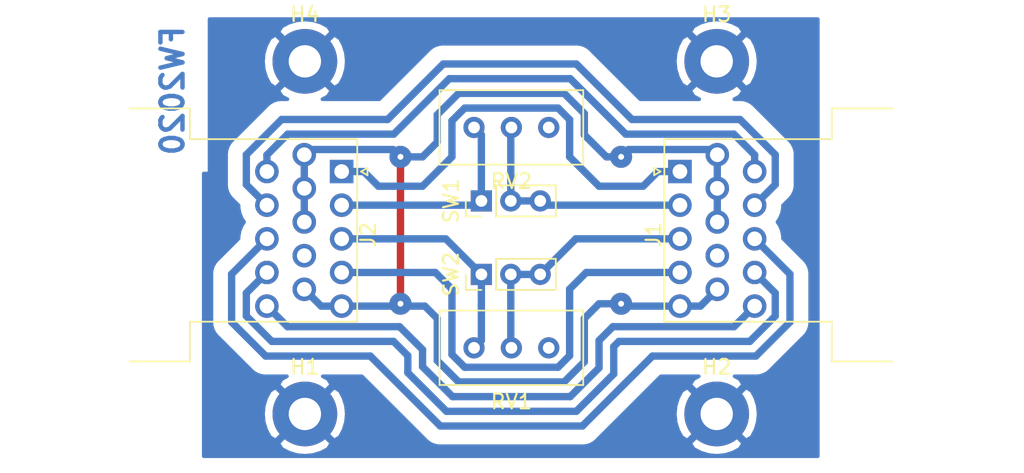
<source format=kicad_pcb>
(kicad_pcb (version 20171130) (host pcbnew 5.1.6)

  (general
    (thickness 1.6)
    (drawings 20)
    (tracks 137)
    (zones 0)
    (modules 10)
    (nets 14)
  )

  (page A4)
  (layers
    (0 F.Cu signal)
    (31 B.Cu signal)
    (32 B.Adhes user)
    (33 F.Adhes user)
    (34 B.Paste user)
    (35 F.Paste user)
    (36 B.SilkS user)
    (37 F.SilkS user)
    (38 B.Mask user)
    (39 F.Mask user)
    (40 Dwgs.User user)
    (41 Cmts.User user)
    (42 Eco1.User user)
    (43 Eco2.User user)
    (44 Edge.Cuts user)
    (45 Margin user)
    (46 B.CrtYd user)
    (47 F.CrtYd user)
    (48 B.Fab user)
    (49 F.Fab user)
  )

  (setup
    (last_trace_width 0.25)
    (user_trace_width 0.5)
    (user_trace_width 0.8)
    (trace_clearance 0.2)
    (zone_clearance 1)
    (zone_45_only no)
    (trace_min 0.2)
    (via_size 0.8)
    (via_drill 0.4)
    (via_min_size 0.4)
    (via_min_drill 0.3)
    (user_via 1.5 0.4)
    (uvia_size 0.3)
    (uvia_drill 0.1)
    (uvias_allowed no)
    (uvia_min_size 0.2)
    (uvia_min_drill 0.1)
    (edge_width 0.05)
    (segment_width 0.2)
    (pcb_text_width 0.3)
    (pcb_text_size 1.5 1.5)
    (mod_edge_width 0.12)
    (mod_text_size 1 1)
    (mod_text_width 0.15)
    (pad_size 1.44 1.44)
    (pad_drill 0.8)
    (pad_to_mask_clearance 0.05)
    (aux_axis_origin 0 0)
    (grid_origin 137.16 85.09)
    (visible_elements FFFFFF7F)
    (pcbplotparams
      (layerselection 0x010fc_ffffffff)
      (usegerberextensions false)
      (usegerberattributes true)
      (usegerberadvancedattributes true)
      (creategerberjobfile true)
      (excludeedgelayer true)
      (linewidth 0.100000)
      (plotframeref false)
      (viasonmask false)
      (mode 1)
      (useauxorigin false)
      (hpglpennumber 1)
      (hpglpenspeed 20)
      (hpglpendiameter 15.000000)
      (psnegative false)
      (psa4output false)
      (plotreference true)
      (plotvalue true)
      (plotinvisibletext false)
      (padsonsilk false)
      (subtractmaskfromsilk false)
      (outputformat 1)
      (mirror false)
      (drillshape 1)
      (scaleselection 1)
      (outputdirectory ""))
  )

  (net 0 "")
  (net 1 RED)
  (net 2 GREEN_IN)
  (net 3 BLUE_IN)
  (net 4 ID_BIT2)
  (net 5 GND)
  (net 6 ID_BIT0)
  (net 7 ID_BIT1)
  (net 8 HSYNC)
  (net 9 VSYNC)
  (net 10 ID_BIT3)
  (net 11 GREEN_OUT)
  (net 12 BLUE_OUT)
  (net 13 SHIELD)

  (net_class Default "This is the default net class."
    (clearance 0.2)
    (trace_width 0.25)
    (via_dia 0.8)
    (via_drill 0.4)
    (uvia_dia 0.3)
    (uvia_drill 0.1)
    (add_net BLUE_IN)
    (add_net BLUE_OUT)
    (add_net GND)
    (add_net GREEN_IN)
    (add_net GREEN_OUT)
    (add_net HSYNC)
    (add_net ID_BIT0)
    (add_net ID_BIT1)
    (add_net ID_BIT2)
    (add_net ID_BIT3)
    (add_net RED)
    (add_net SHIELD)
    (add_net VSYNC)
  )

  (module Connector_Dsub:DSUB-15-HD_Female_Horizontal_P2.29x2.54mm_EdgePinOffset9.40mm (layer F.Cu) (tedit 5F6E7AC4) (tstamp 5F6F145E)
    (at 148.66 80.59 90)
    (descr "15-pin D-Sub connector, horizontal/angled (90 deg), THT-mount, female, pitch 2.29x2.54mm, pin-PCB-offset 9.4mm, see http://docs-europe.electrocomponents.com/webdocs/1585/0900766b81585df2.pdf")
    (tags "15-pin D-Sub connector horizontal angled 90deg THT female pitch 2.29x2.54mm pin-PCB-offset 9.4mm")
    (path /5F6E6E4B)
    (fp_text reference J1 (at -4.315 -1.8 90) (layer F.SilkS)
      (effects (font (size 1 1) (thickness 0.15)))
    )
    (fp_text value DB15_Female_HighDensity (at -4.315 22.55 90) (layer F.Fab)
      (effects (font (size 1 1) (thickness 0.15)))
    )
    (fp_line (start -0.1 0) (end -0.1 10.38) (layer F.Fab) (width 0.1))
    (fp_line (start 0 0) (end 0 10.38) (layer F.Fab) (width 0.1))
    (fp_line (start 0.1 0) (end 0.1 10.38) (layer F.Fab) (width 0.1))
    (fp_line (start -2.39 0) (end -2.39 10.38) (layer F.Fab) (width 0.1))
    (fp_line (start -2.29 0) (end -2.29 10.38) (layer F.Fab) (width 0.1))
    (fp_line (start -2.19 0) (end -2.19 10.38) (layer F.Fab) (width 0.1))
    (fp_line (start -4.68 0) (end -4.68 10.38) (layer F.Fab) (width 0.1))
    (fp_line (start -4.58 0) (end -4.58 10.38) (layer F.Fab) (width 0.1))
    (fp_line (start -4.48 0) (end -4.48 10.38) (layer F.Fab) (width 0.1))
    (fp_line (start -6.97 0) (end -6.97 10.38) (layer F.Fab) (width 0.1))
    (fp_line (start -6.87 0) (end -6.87 10.38) (layer F.Fab) (width 0.1))
    (fp_line (start -6.77 0) (end -6.77 10.38) (layer F.Fab) (width 0.1))
    (fp_line (start -9.26 0) (end -9.26 10.38) (layer F.Fab) (width 0.1))
    (fp_line (start -9.16 0) (end -9.16 10.38) (layer F.Fab) (width 0.1))
    (fp_line (start -9.06 0) (end -9.06 10.38) (layer F.Fab) (width 0.1))
    (fp_line (start 1.045 2.54) (end 1.045 10.38) (layer F.Fab) (width 0.1))
    (fp_line (start 1.145 2.54) (end 1.145 10.38) (layer F.Fab) (width 0.1))
    (fp_line (start 1.245 2.54) (end 1.245 10.38) (layer F.Fab) (width 0.1))
    (fp_line (start -1.245 2.54) (end -1.245 10.38) (layer F.Fab) (width 0.1))
    (fp_line (start -1.145 2.54) (end -1.145 10.38) (layer F.Fab) (width 0.1))
    (fp_line (start -1.045 2.54) (end -1.045 10.38) (layer F.Fab) (width 0.1))
    (fp_line (start -3.535 2.54) (end -3.535 10.38) (layer F.Fab) (width 0.1))
    (fp_line (start -3.435 2.54) (end -3.435 10.38) (layer F.Fab) (width 0.1))
    (fp_line (start -3.335 2.54) (end -3.335 10.38) (layer F.Fab) (width 0.1))
    (fp_line (start -5.825 2.54) (end -5.825 10.38) (layer F.Fab) (width 0.1))
    (fp_line (start -5.725 2.54) (end -5.725 10.38) (layer F.Fab) (width 0.1))
    (fp_line (start -5.625 2.54) (end -5.625 10.38) (layer F.Fab) (width 0.1))
    (fp_line (start -8.115 2.54) (end -8.115 10.38) (layer F.Fab) (width 0.1))
    (fp_line (start -8.015 2.54) (end -8.015 10.38) (layer F.Fab) (width 0.1))
    (fp_line (start -7.915 2.54) (end -7.915 10.38) (layer F.Fab) (width 0.1))
    (fp_line (start -0.1 5.08) (end -0.1 10.38) (layer F.Fab) (width 0.1))
    (fp_line (start 0 5.08) (end 0 10.38) (layer F.Fab) (width 0.1))
    (fp_line (start 0.1 5.08) (end 0.1 10.38) (layer F.Fab) (width 0.1))
    (fp_line (start -2.39 5.08) (end -2.39 10.38) (layer F.Fab) (width 0.1))
    (fp_line (start -2.29 5.08) (end -2.29 10.38) (layer F.Fab) (width 0.1))
    (fp_line (start -2.19 5.08) (end -2.19 10.38) (layer F.Fab) (width 0.1))
    (fp_line (start -4.68 5.08) (end -4.68 10.38) (layer F.Fab) (width 0.1))
    (fp_line (start -4.58 5.08) (end -4.58 10.38) (layer F.Fab) (width 0.1))
    (fp_line (start -4.48 5.08) (end -4.48 10.38) (layer F.Fab) (width 0.1))
    (fp_line (start -6.97 5.08) (end -6.97 10.38) (layer F.Fab) (width 0.1))
    (fp_line (start -6.87 5.08) (end -6.87 10.38) (layer F.Fab) (width 0.1))
    (fp_line (start -6.77 5.08) (end -6.77 10.38) (layer F.Fab) (width 0.1))
    (fp_line (start -9.26 5.08) (end -9.26 10.38) (layer F.Fab) (width 0.1))
    (fp_line (start -9.16 5.08) (end -9.16 10.38) (layer F.Fab) (width 0.1))
    (fp_line (start -9.06 5.08) (end -9.06 10.38) (layer F.Fab) (width 0.1))
    (fp_line (start -12.865 10.38) (end -12.865 14.48) (layer F.Fab) (width 0.1))
    (fp_line (start -12.865 14.48) (end 4.235 14.48) (layer F.Fab) (width 0.1))
    (fp_line (start 4.235 14.48) (end 4.235 10.38) (layer F.Fab) (width 0.1))
    (fp_line (start 4.235 10.38) (end -12.865 10.38) (layer F.Fab) (width 0.1))
    (fp_line (start -19.74 14.48) (end -19.74 14.88) (layer F.Fab) (width 0.1))
    (fp_line (start -19.74 14.88) (end 11.11 14.88) (layer F.Fab) (width 0.1))
    (fp_line (start 11.11 14.88) (end 11.11 14.48) (layer F.Fab) (width 0.1))
    (fp_line (start 11.11 14.48) (end -19.74 14.48) (layer F.Fab) (width 0.1))
    (fp_line (start -12.465 14.88) (end -12.465 21.05) (layer F.Fab) (width 0.1))
    (fp_line (start -12.465 21.05) (end 3.835 21.05) (layer F.Fab) (width 0.1))
    (fp_line (start 3.835 21.05) (end 3.835 14.88) (layer F.Fab) (width 0.1))
    (fp_line (start 3.835 14.88) (end -12.465 14.88) (layer F.Fab) (width 0.1))
    (fp_line (start -12.925 14.42) (end -12.925 10.32) (layer F.SilkS) (width 0.12))
    (fp_line (start -12.925 10.32) (end -10.22 10.32) (layer F.SilkS) (width 0.12))
    (fp_line (start -10.22 10.32) (end -10.22 -1.06) (layer F.SilkS) (width 0.12))
    (fp_line (start -10.22 -1.06) (end 2.205 -1.06) (layer F.SilkS) (width 0.12))
    (fp_line (start 2.205 -1.06) (end 2.205 10.32) (layer F.SilkS) (width 0.12))
    (fp_line (start 2.205 10.32) (end 4.295 10.32) (layer F.SilkS) (width 0.12))
    (fp_line (start 4.295 10.32) (end 4.295 14.42) (layer F.SilkS) (width 0.12))
    (fp_line (start -0.25 -1.754338) (end 0.25 -1.754338) (layer F.SilkS) (width 0.12))
    (fp_line (start 0.25 -1.754338) (end 0 -1.321325) (layer F.SilkS) (width 0.12))
    (fp_line (start 0 -1.321325) (end -0.25 -1.754338) (layer F.SilkS) (width 0.12))
    (fp_line (start -13 21.55) (end -13 15.4) (layer F.CrtYd) (width 0.05))
    (fp_line (start -13 15.4) (end -20.25 15.4) (layer F.CrtYd) (width 0.05))
    (fp_line (start -20.25 15.4) (end -20.25 14) (layer F.CrtYd) (width 0.05))
    (fp_line (start -20.25 14) (end -13.4 14) (layer F.CrtYd) (width 0.05))
    (fp_line (start -13.4 14) (end -13.4 9.9) (layer F.CrtYd) (width 0.05))
    (fp_line (start -13.4 9.9) (end -10.5 9.9) (layer F.CrtYd) (width 0.05))
    (fp_line (start -10.5 9.9) (end -10.5 -1.35) (layer F.CrtYd) (width 0.05))
    (fp_line (start -10.5 -1.35) (end 2.45 -1.35) (layer F.CrtYd) (width 0.05))
    (fp_line (start 2.45 -1.35) (end 2.45 9.9) (layer F.CrtYd) (width 0.05))
    (fp_line (start 2.45 9.9) (end 4.75 9.9) (layer F.CrtYd) (width 0.05))
    (fp_line (start 4.75 9.9) (end 4.75 14) (layer F.CrtYd) (width 0.05))
    (fp_line (start 4.75 14) (end 11.65 14) (layer F.CrtYd) (width 0.05))
    (fp_line (start 11.65 14) (end 11.65 15.4) (layer F.CrtYd) (width 0.05))
    (fp_line (start 11.65 15.4) (end 4.35 15.4) (layer F.CrtYd) (width 0.05))
    (fp_line (start 4.35 15.4) (end 4.35 21.55) (layer F.CrtYd) (width 0.05))
    (fp_line (start 4.35 21.55) (end -13 21.55) (layer F.CrtYd) (width 0.05))
    (fp_text user %R (at -4.315 17.965 90) (layer F.Fab)
      (effects (font (size 1 1) (thickness 0.15)))
    )
    (pad 1 thru_hole rect (at 0 0 90) (size 1.6 1.6) (drill 1) (layers *.Cu *.Mask)
      (net 1 RED))
    (pad 2 thru_hole circle (at -2.29 0 90) (size 1.6 1.6) (drill 1) (layers *.Cu *.Mask)
      (net 2 GREEN_IN))
    (pad 3 thru_hole circle (at -4.58 0 90) (size 1.6 1.6) (drill 1) (layers *.Cu *.Mask)
      (net 3 BLUE_IN))
    (pad 4 thru_hole circle (at -6.87 0 90) (size 1.6 1.6) (drill 1) (layers *.Cu *.Mask)
      (net 4 ID_BIT2))
    (pad 5 thru_hole circle (at -9.16 0 90) (size 1.6 1.6) (drill 1) (layers *.Cu *.Mask)
      (net 5 GND))
    (pad 6 thru_hole circle (at 1.145 2.54 90) (size 1.6 1.6) (drill 1) (layers *.Cu *.Mask)
      (net 5 GND))
    (pad 7 thru_hole circle (at -1.145 2.54 90) (size 1.6 1.6) (drill 1) (layers *.Cu *.Mask B.Paste)
      (net 5 GND))
    (pad 8 thru_hole circle (at -3.435 2.54 90) (size 1.6 1.6) (drill 1) (layers *.Cu *.Mask)
      (net 5 GND))
    (pad 9 thru_hole circle (at -5.725 2.54 90) (size 1.6 1.6) (drill 1) (layers *.Cu *.Mask))
    (pad 10 thru_hole circle (at -8.015 2.54 90) (size 1.6 1.6) (drill 1) (layers *.Cu *.Mask)
      (net 5 GND))
    (pad 11 thru_hole circle (at 0 5.08 90) (size 1.6 1.6) (drill 1) (layers *.Cu *.Mask)
      (net 6 ID_BIT0))
    (pad 12 thru_hole circle (at -2.29 5.08 90) (size 1.6 1.6) (drill 1) (layers *.Cu *.Mask)
      (net 7 ID_BIT1))
    (pad 13 thru_hole circle (at -4.58 5.08 90) (size 1.6 1.6) (drill 1) (layers *.Cu *.Mask)
      (net 8 HSYNC))
    (pad 14 thru_hole circle (at -6.87 5.08 90) (size 1.6 1.6) (drill 1) (layers *.Cu *.Mask)
      (net 9 VSYNC))
    (pad 15 thru_hole circle (at -9.16 5.08 90) (size 1.6 1.6) (drill 1) (layers *.Cu *.Mask)
      (net 10 ID_BIT3))
    (model ${KISYS3DMOD}/Connector_Dsub.3dshapes/DSUB-15-HD_Female_Horizontal_P2.29x2.54mm_EdgePinOffset9.40mm.wrl
      (at (xyz 0 0 0))
      (scale (xyz 1 1 1))
      (rotate (xyz 0 0 0))
    )
  )

  (module Connector_Dsub:DSUB-15-HD_Male_Horizontal_P2.29x2.54mm_EdgePinOffset9.40mm (layer F.Cu) (tedit 59FEDEE2) (tstamp 5F6F0B61)
    (at 125.66 80.59 270)
    (descr "15-pin D-Sub connector, horizontal/angled (90 deg), THT-mount, male, pitch 2.29x2.54mm, pin-PCB-offset 9.4mm, see http://docs-europe.electrocomponents.com/webdocs/1585/0900766b81585df2.pdf")
    (tags "15-pin D-Sub connector horizontal angled 90deg THT male pitch 2.29x2.54mm pin-PCB-offset 9.4mm")
    (path /5F6E78F5)
    (fp_text reference J2 (at 4.315 -1.8 90) (layer F.SilkS)
      (effects (font (size 1 1) (thickness 0.15)))
    )
    (fp_text value DB15_Male_HighDensity (at 4.315 22.38 90) (layer F.Fab)
      (effects (font (size 1 1) (thickness 0.15)))
    )
    (fp_line (start -0.1 0) (end -0.1 10.38) (layer F.Fab) (width 0.1))
    (fp_line (start 0 0) (end 0 10.38) (layer F.Fab) (width 0.1))
    (fp_line (start 0.1 0) (end 0.1 10.38) (layer F.Fab) (width 0.1))
    (fp_line (start 2.19 0) (end 2.19 10.38) (layer F.Fab) (width 0.1))
    (fp_line (start 2.29 0) (end 2.29 10.38) (layer F.Fab) (width 0.1))
    (fp_line (start 2.39 0) (end 2.39 10.38) (layer F.Fab) (width 0.1))
    (fp_line (start 4.48 0) (end 4.48 10.38) (layer F.Fab) (width 0.1))
    (fp_line (start 4.58 0) (end 4.58 10.38) (layer F.Fab) (width 0.1))
    (fp_line (start 4.68 0) (end 4.68 10.38) (layer F.Fab) (width 0.1))
    (fp_line (start 6.77 0) (end 6.77 10.38) (layer F.Fab) (width 0.1))
    (fp_line (start 6.87 0) (end 6.87 10.38) (layer F.Fab) (width 0.1))
    (fp_line (start 6.97 0) (end 6.97 10.38) (layer F.Fab) (width 0.1))
    (fp_line (start 9.06 0) (end 9.06 10.38) (layer F.Fab) (width 0.1))
    (fp_line (start 9.16 0) (end 9.16 10.38) (layer F.Fab) (width 0.1))
    (fp_line (start 9.26 0) (end 9.26 10.38) (layer F.Fab) (width 0.1))
    (fp_line (start -1.245 2.54) (end -1.245 10.38) (layer F.Fab) (width 0.1))
    (fp_line (start -1.145 2.54) (end -1.145 10.38) (layer F.Fab) (width 0.1))
    (fp_line (start -1.045 2.54) (end -1.045 10.38) (layer F.Fab) (width 0.1))
    (fp_line (start 1.045 2.54) (end 1.045 10.38) (layer F.Fab) (width 0.1))
    (fp_line (start 1.145 2.54) (end 1.145 10.38) (layer F.Fab) (width 0.1))
    (fp_line (start 1.245 2.54) (end 1.245 10.38) (layer F.Fab) (width 0.1))
    (fp_line (start 3.335 2.54) (end 3.335 10.38) (layer F.Fab) (width 0.1))
    (fp_line (start 3.435 2.54) (end 3.435 10.38) (layer F.Fab) (width 0.1))
    (fp_line (start 3.535 2.54) (end 3.535 10.38) (layer F.Fab) (width 0.1))
    (fp_line (start 5.625 2.54) (end 5.625 10.38) (layer F.Fab) (width 0.1))
    (fp_line (start 5.725 2.54) (end 5.725 10.38) (layer F.Fab) (width 0.1))
    (fp_line (start 5.825 2.54) (end 5.825 10.38) (layer F.Fab) (width 0.1))
    (fp_line (start 7.915 2.54) (end 7.915 10.38) (layer F.Fab) (width 0.1))
    (fp_line (start 8.015 2.54) (end 8.015 10.38) (layer F.Fab) (width 0.1))
    (fp_line (start 8.115 2.54) (end 8.115 10.38) (layer F.Fab) (width 0.1))
    (fp_line (start -0.1 5.08) (end -0.1 10.38) (layer F.Fab) (width 0.1))
    (fp_line (start 0 5.08) (end 0 10.38) (layer F.Fab) (width 0.1))
    (fp_line (start 0.1 5.08) (end 0.1 10.38) (layer F.Fab) (width 0.1))
    (fp_line (start 2.19 5.08) (end 2.19 10.38) (layer F.Fab) (width 0.1))
    (fp_line (start 2.29 5.08) (end 2.29 10.38) (layer F.Fab) (width 0.1))
    (fp_line (start 2.39 5.08) (end 2.39 10.38) (layer F.Fab) (width 0.1))
    (fp_line (start 4.48 5.08) (end 4.48 10.38) (layer F.Fab) (width 0.1))
    (fp_line (start 4.58 5.08) (end 4.58 10.38) (layer F.Fab) (width 0.1))
    (fp_line (start 4.68 5.08) (end 4.68 10.38) (layer F.Fab) (width 0.1))
    (fp_line (start 6.77 5.08) (end 6.77 10.38) (layer F.Fab) (width 0.1))
    (fp_line (start 6.87 5.08) (end 6.87 10.38) (layer F.Fab) (width 0.1))
    (fp_line (start 6.97 5.08) (end 6.97 10.38) (layer F.Fab) (width 0.1))
    (fp_line (start 9.06 5.08) (end 9.06 10.38) (layer F.Fab) (width 0.1))
    (fp_line (start 9.16 5.08) (end 9.16 10.38) (layer F.Fab) (width 0.1))
    (fp_line (start 9.26 5.08) (end 9.26 10.38) (layer F.Fab) (width 0.1))
    (fp_line (start -4.235 10.38) (end -4.235 14.48) (layer F.Fab) (width 0.1))
    (fp_line (start -4.235 14.48) (end 12.865 14.48) (layer F.Fab) (width 0.1))
    (fp_line (start 12.865 14.48) (end 12.865 10.38) (layer F.Fab) (width 0.1))
    (fp_line (start 12.865 10.38) (end -4.235 10.38) (layer F.Fab) (width 0.1))
    (fp_line (start -11.11 14.48) (end -11.11 14.88) (layer F.Fab) (width 0.1))
    (fp_line (start -11.11 14.88) (end 19.74 14.88) (layer F.Fab) (width 0.1))
    (fp_line (start 19.74 14.88) (end 19.74 14.48) (layer F.Fab) (width 0.1))
    (fp_line (start 19.74 14.48) (end -11.11 14.48) (layer F.Fab) (width 0.1))
    (fp_line (start -3.835 14.88) (end -3.835 20.88) (layer F.Fab) (width 0.1))
    (fp_line (start -3.835 20.88) (end 12.465 20.88) (layer F.Fab) (width 0.1))
    (fp_line (start 12.465 20.88) (end 12.465 14.88) (layer F.Fab) (width 0.1))
    (fp_line (start 12.465 14.88) (end -3.835 14.88) (layer F.Fab) (width 0.1))
    (fp_line (start -4.295 14.42) (end -4.295 10.32) (layer F.SilkS) (width 0.12))
    (fp_line (start -4.295 10.32) (end -2.205 10.32) (layer F.SilkS) (width 0.12))
    (fp_line (start -2.205 10.32) (end -2.205 -1.06) (layer F.SilkS) (width 0.12))
    (fp_line (start -2.205 -1.06) (end 10.22 -1.06) (layer F.SilkS) (width 0.12))
    (fp_line (start 10.22 -1.06) (end 10.22 10.32) (layer F.SilkS) (width 0.12))
    (fp_line (start 10.22 10.32) (end 12.925 10.32) (layer F.SilkS) (width 0.12))
    (fp_line (start 12.925 10.32) (end 12.925 14.42) (layer F.SilkS) (width 0.12))
    (fp_line (start -0.25 -1.754338) (end 0.25 -1.754338) (layer F.SilkS) (width 0.12))
    (fp_line (start 0.25 -1.754338) (end 0 -1.321325) (layer F.SilkS) (width 0.12))
    (fp_line (start 0 -1.321325) (end -0.25 -1.754338) (layer F.SilkS) (width 0.12))
    (fp_line (start -4.35 21.4) (end -4.35 15.4) (layer F.CrtYd) (width 0.05))
    (fp_line (start -4.35 15.4) (end -11.65 15.4) (layer F.CrtYd) (width 0.05))
    (fp_line (start -11.65 15.4) (end -11.65 14) (layer F.CrtYd) (width 0.05))
    (fp_line (start -11.65 14) (end -4.75 14) (layer F.CrtYd) (width 0.05))
    (fp_line (start -4.75 14) (end -4.75 9.9) (layer F.CrtYd) (width 0.05))
    (fp_line (start -4.75 9.9) (end -2.45 9.9) (layer F.CrtYd) (width 0.05))
    (fp_line (start -2.45 9.9) (end -2.45 -1.35) (layer F.CrtYd) (width 0.05))
    (fp_line (start -2.45 -1.35) (end 10.5 -1.35) (layer F.CrtYd) (width 0.05))
    (fp_line (start 10.5 -1.35) (end 10.5 9.9) (layer F.CrtYd) (width 0.05))
    (fp_line (start 10.5 9.9) (end 13.4 9.9) (layer F.CrtYd) (width 0.05))
    (fp_line (start 13.4 9.9) (end 13.4 14) (layer F.CrtYd) (width 0.05))
    (fp_line (start 13.4 14) (end 20.25 14) (layer F.CrtYd) (width 0.05))
    (fp_line (start 20.25 14) (end 20.25 15.4) (layer F.CrtYd) (width 0.05))
    (fp_line (start 20.25 15.4) (end 13 15.4) (layer F.CrtYd) (width 0.05))
    (fp_line (start 13 15.4) (end 13 21.4) (layer F.CrtYd) (width 0.05))
    (fp_line (start 13 21.4) (end -4.35 21.4) (layer F.CrtYd) (width 0.05))
    (fp_text user %R (at 4.315 17.88 90) (layer F.Fab)
      (effects (font (size 1 1) (thickness 0.15)))
    )
    (pad 1 thru_hole rect (at 0 0 270) (size 1.6 1.6) (drill 1) (layers *.Cu *.Mask)
      (net 1 RED))
    (pad 2 thru_hole circle (at 2.29 0 270) (size 1.6 1.6) (drill 1) (layers *.Cu *.Mask)
      (net 11 GREEN_OUT))
    (pad 3 thru_hole circle (at 4.58 0 270) (size 1.6 1.6) (drill 1) (layers *.Cu *.Mask)
      (net 12 BLUE_OUT))
    (pad 4 thru_hole circle (at 6.87 0 270) (size 1.6 1.6) (drill 1) (layers *.Cu *.Mask)
      (net 4 ID_BIT2))
    (pad 5 thru_hole circle (at 9.16 0 270) (size 1.6 1.6) (drill 1) (layers *.Cu *.Mask)
      (net 5 GND))
    (pad 6 thru_hole circle (at -1.145 2.54 270) (size 1.6 1.6) (drill 1) (layers *.Cu *.Mask)
      (net 5 GND))
    (pad 7 thru_hole circle (at 1.145 2.54 270) (size 1.6 1.6) (drill 1) (layers *.Cu *.Mask)
      (net 5 GND))
    (pad 8 thru_hole circle (at 3.435 2.54 270) (size 1.6 1.6) (drill 1) (layers *.Cu *.Mask)
      (net 5 GND))
    (pad 9 thru_hole circle (at 5.725 2.54 270) (size 1.6 1.6) (drill 1) (layers *.Cu *.Mask))
    (pad 10 thru_hole circle (at 8.015 2.54 270) (size 1.6 1.6) (drill 1) (layers *.Cu *.Mask)
      (net 5 GND))
    (pad 11 thru_hole circle (at 0 5.08 270) (size 1.6 1.6) (drill 1) (layers *.Cu *.Mask)
      (net 6 ID_BIT0))
    (pad 12 thru_hole circle (at 2.29 5.08 270) (size 1.6 1.6) (drill 1) (layers *.Cu *.Mask)
      (net 7 ID_BIT1))
    (pad 13 thru_hole circle (at 4.58 5.08 270) (size 1.6 1.6) (drill 1) (layers *.Cu *.Mask)
      (net 8 HSYNC))
    (pad 14 thru_hole circle (at 6.87 5.08 270) (size 1.6 1.6) (drill 1) (layers *.Cu *.Mask)
      (net 9 VSYNC))
    (pad 15 thru_hole circle (at 9.16 5.08 270) (size 1.6 1.6) (drill 1) (layers *.Cu *.Mask)
      (net 10 ID_BIT3))
    (model ${KISYS3DMOD}/Connector_Dsub.3dshapes/DSUB-15-HD_Male_Horizontal_P2.29x2.54mm_EdgePinOffset9.40mm.wrl
      (at (xyz 0 0 0))
      (scale (xyz 1 1 1))
      (rotate (xyz 0 0 0))
    )
  )

  (module Potentiometer_THT:Potentiometer_Bourns_3296W_Vertical (layer F.Cu) (tedit 5F71AF48) (tstamp 5F6F0B78)
    (at 134.66 92.59 180)
    (descr "Potentiometer, vertical, Bourns 3296W, https://www.bourns.com/pdfs/3296.pdf")
    (tags "Potentiometer vertical Bourns 3296W")
    (path /5F70B75C)
    (fp_text reference RV1 (at -2.54 -3.66) (layer F.SilkS)
      (effects (font (size 1 1) (thickness 0.15)))
    )
    (fp_text value R_POT (at -2.54 3.67) (layer F.Fab)
      (effects (font (size 1 1) (thickness 0.15)))
    )
    (fp_circle (center 0.955 1.15) (end 2.05 1.15) (layer F.Fab) (width 0.1))
    (fp_line (start -7.305 -2.41) (end -7.305 2.42) (layer F.Fab) (width 0.1))
    (fp_line (start -7.305 2.42) (end 2.225 2.42) (layer F.Fab) (width 0.1))
    (fp_line (start 2.225 2.42) (end 2.225 -2.41) (layer F.Fab) (width 0.1))
    (fp_line (start 2.225 -2.41) (end -7.305 -2.41) (layer F.Fab) (width 0.1))
    (fp_line (start 0.955 2.235) (end 0.956 0.066) (layer F.Fab) (width 0.1))
    (fp_line (start 0.955 2.235) (end 0.956 0.066) (layer F.Fab) (width 0.1))
    (fp_line (start -7.425 -2.53) (end 2.345 -2.53) (layer F.SilkS) (width 0.12))
    (fp_line (start -7.425 2.54) (end 2.345 2.54) (layer F.SilkS) (width 0.12))
    (fp_line (start -7.425 -2.53) (end -7.425 2.54) (layer F.SilkS) (width 0.12))
    (fp_line (start 2.345 -2.53) (end 2.345 2.54) (layer F.SilkS) (width 0.12))
    (fp_line (start -7.6 -2.7) (end -7.6 2.7) (layer F.CrtYd) (width 0.05))
    (fp_line (start -7.6 2.7) (end 2.5 2.7) (layer F.CrtYd) (width 0.05))
    (fp_line (start 2.5 2.7) (end 2.5 -2.7) (layer F.CrtYd) (width 0.05))
    (fp_line (start 2.5 -2.7) (end -7.6 -2.7) (layer F.CrtYd) (width 0.05))
    (fp_text user %R (at -3.175 0.005) (layer F.Fab)
      (effects (font (size 1 1) (thickness 0.15)))
    )
    (pad 1 thru_hole circle (at 0 0 180) (size 1.44 1.44) (drill 0.8) (layers *.Cu *.Mask)
      (net 12 BLUE_OUT))
    (pad 2 thru_hole circle (at -2.54 0 180) (size 1.44 1.44) (drill 0.8) (layers *.Cu *.Mask)
      (net 3 BLUE_IN))
    (pad 3 thru_hole circle (at -5.08 0 180) (size 1.44 1.44) (drill 0.8) (layers *.Cu *.Mask))
    (model ${KISYS3DMOD}/Potentiometer_THT.3dshapes/Potentiometer_Bourns_3296W_Vertical.wrl
      (at (xyz 0 0 0))
      (scale (xyz 1 1 1))
      (rotate (xyz 0 0 0))
    )
  )

  (module Potentiometer_THT:Potentiometer_Bourns_3296W_Vertical (layer F.Cu) (tedit 5F71AF3A) (tstamp 5F6F0B8F)
    (at 134.66 77.59 180)
    (descr "Potentiometer, vertical, Bourns 3296W, https://www.bourns.com/pdfs/3296.pdf")
    (tags "Potentiometer vertical Bourns 3296W")
    (path /5F70C076)
    (fp_text reference RV2 (at -2.54 -3.66) (layer F.SilkS)
      (effects (font (size 1 1) (thickness 0.15)))
    )
    (fp_text value R_POT (at -2.54 3.67) (layer F.Fab)
      (effects (font (size 1 1) (thickness 0.15)))
    )
    (fp_line (start 2.5 -2.7) (end -7.6 -2.7) (layer F.CrtYd) (width 0.05))
    (fp_line (start 2.5 2.7) (end 2.5 -2.7) (layer F.CrtYd) (width 0.05))
    (fp_line (start -7.6 2.7) (end 2.5 2.7) (layer F.CrtYd) (width 0.05))
    (fp_line (start -7.6 -2.7) (end -7.6 2.7) (layer F.CrtYd) (width 0.05))
    (fp_line (start 2.345 -2.53) (end 2.345 2.54) (layer F.SilkS) (width 0.12))
    (fp_line (start -7.425 -2.53) (end -7.425 2.54) (layer F.SilkS) (width 0.12))
    (fp_line (start -7.425 2.54) (end 2.345 2.54) (layer F.SilkS) (width 0.12))
    (fp_line (start -7.425 -2.53) (end 2.345 -2.53) (layer F.SilkS) (width 0.12))
    (fp_line (start 0.955 2.235) (end 0.956 0.066) (layer F.Fab) (width 0.1))
    (fp_line (start 0.955 2.235) (end 0.956 0.066) (layer F.Fab) (width 0.1))
    (fp_line (start 2.225 -2.41) (end -7.305 -2.41) (layer F.Fab) (width 0.1))
    (fp_line (start 2.225 2.42) (end 2.225 -2.41) (layer F.Fab) (width 0.1))
    (fp_line (start -7.305 2.42) (end 2.225 2.42) (layer F.Fab) (width 0.1))
    (fp_line (start -7.305 -2.41) (end -7.305 2.42) (layer F.Fab) (width 0.1))
    (fp_circle (center 0.955 1.15) (end 2.05 1.15) (layer F.Fab) (width 0.1))
    (fp_text user %R (at -3.175 0.005) (layer F.Fab)
      (effects (font (size 1 1) (thickness 0.15)))
    )
    (pad 3 thru_hole circle (at -5.08 0 180) (size 1.44 1.44) (drill 0.8) (layers *.Cu *.Mask))
    (pad 2 thru_hole circle (at -2.54 0 180) (size 1.44 1.44) (drill 0.8) (layers *.Cu *.Mask)
      (net 2 GREEN_IN))
    (pad 1 thru_hole circle (at 0 0 180) (size 1.44 1.44) (drill 0.8) (layers *.Cu *.Mask)
      (net 11 GREEN_OUT))
    (model ${KISYS3DMOD}/Potentiometer_THT.3dshapes/Potentiometer_Bourns_3296W_Vertical.wrl
      (at (xyz 0 0 0))
      (scale (xyz 1 1 1))
      (rotate (xyz 0 0 0))
    )
  )

  (module Connector_PinHeader_2.00mm:PinHeader_1x03_P2.00mm_Vertical (layer F.Cu) (tedit 5F71AF5D) (tstamp 5F6F0BA6)
    (at 135.16 82.59 90)
    (descr "Through hole straight pin header, 1x03, 2.00mm pitch, single row")
    (tags "Through hole pin header THT 1x03 2.00mm single row")
    (path /5F7150F6)
    (fp_text reference SW1 (at 0 -2.06 90) (layer F.SilkS)
      (effects (font (size 1 1) (thickness 0.15)))
    )
    (fp_text value SW_Push_SPDT (at 0 6.06 90) (layer F.Fab)
      (effects (font (size 1 1) (thickness 0.15)))
    )
    (fp_line (start -0.5 -1) (end 1 -1) (layer F.Fab) (width 0.1))
    (fp_line (start 1 -1) (end 1 5) (layer F.Fab) (width 0.1))
    (fp_line (start 1 5) (end -1 5) (layer F.Fab) (width 0.1))
    (fp_line (start -1 5) (end -1 -0.5) (layer F.Fab) (width 0.1))
    (fp_line (start -1 -0.5) (end -0.5 -1) (layer F.Fab) (width 0.1))
    (fp_line (start -1.06 5.06) (end 1.06 5.06) (layer F.SilkS) (width 0.12))
    (fp_line (start -1.06 1) (end -1.06 5.06) (layer F.SilkS) (width 0.12))
    (fp_line (start 1.06 1) (end 1.06 5.06) (layer F.SilkS) (width 0.12))
    (fp_line (start -1.06 1) (end 1.06 1) (layer F.SilkS) (width 0.12))
    (fp_line (start -1.06 0) (end -1.06 -1.06) (layer F.SilkS) (width 0.12))
    (fp_line (start -1.06 -1.06) (end 0 -1.06) (layer F.SilkS) (width 0.12))
    (fp_line (start -1.5 -1.5) (end -1.5 5.5) (layer F.CrtYd) (width 0.05))
    (fp_line (start -1.5 5.5) (end 1.5 5.5) (layer F.CrtYd) (width 0.05))
    (fp_line (start 1.5 5.5) (end 1.5 -1.5) (layer F.CrtYd) (width 0.05))
    (fp_line (start 1.5 -1.5) (end -1.5 -1.5) (layer F.CrtYd) (width 0.05))
    (fp_text user %R (at 0 2) (layer F.Fab)
      (effects (font (size 1 1) (thickness 0.15)))
    )
    (pad 1 thru_hole rect (at 0 0 90) (size 1.44 1.44) (drill 0.8) (layers *.Cu *.Mask)
      (net 11 GREEN_OUT))
    (pad 2 thru_hole oval (at 0 2 90) (size 1.44 1.44) (drill 0.8) (layers *.Cu *.Mask)
      (net 2 GREEN_IN))
    (pad 3 thru_hole oval (at 0 4 90) (size 1.44 1.44) (drill 0.8) (layers *.Cu *.Mask)
      (net 2 GREEN_IN))
    (model ${KISYS3DMOD}/Connector_PinHeader_2.00mm.3dshapes/PinHeader_1x03_P2.00mm_Vertical.wrl
      (at (xyz 0 0 0))
      (scale (xyz 1 1 1))
      (rotate (xyz 0 0 0))
    )
  )

  (module Connector_PinHeader_2.00mm:PinHeader_1x03_P2.00mm_Vertical (layer F.Cu) (tedit 5F71AF6C) (tstamp 5F6F0BBD)
    (at 135.16 87.59 90)
    (descr "Through hole straight pin header, 1x03, 2.00mm pitch, single row")
    (tags "Through hole pin header THT 1x03 2.00mm single row")
    (path /5F718071)
    (fp_text reference SW2 (at 0 -2.06 90) (layer F.SilkS)
      (effects (font (size 1 1) (thickness 0.15)))
    )
    (fp_text value SW_Push_SPDT (at 0 6.06 90) (layer F.Fab)
      (effects (font (size 1 1) (thickness 0.15)))
    )
    (fp_line (start 1.5 -1.5) (end -1.5 -1.5) (layer F.CrtYd) (width 0.05))
    (fp_line (start 1.5 5.5) (end 1.5 -1.5) (layer F.CrtYd) (width 0.05))
    (fp_line (start -1.5 5.5) (end 1.5 5.5) (layer F.CrtYd) (width 0.05))
    (fp_line (start -1.5 -1.5) (end -1.5 5.5) (layer F.CrtYd) (width 0.05))
    (fp_line (start -1.06 -1.06) (end 0 -1.06) (layer F.SilkS) (width 0.12))
    (fp_line (start -1.06 0) (end -1.06 -1.06) (layer F.SilkS) (width 0.12))
    (fp_line (start -1.06 1) (end 1.06 1) (layer F.SilkS) (width 0.12))
    (fp_line (start 1.06 1) (end 1.06 5.06) (layer F.SilkS) (width 0.12))
    (fp_line (start -1.06 1) (end -1.06 5.06) (layer F.SilkS) (width 0.12))
    (fp_line (start -1.06 5.06) (end 1.06 5.06) (layer F.SilkS) (width 0.12))
    (fp_line (start -1 -0.5) (end -0.5 -1) (layer F.Fab) (width 0.1))
    (fp_line (start -1 5) (end -1 -0.5) (layer F.Fab) (width 0.1))
    (fp_line (start 1 5) (end -1 5) (layer F.Fab) (width 0.1))
    (fp_line (start 1 -1) (end 1 5) (layer F.Fab) (width 0.1))
    (fp_line (start -0.5 -1) (end 1 -1) (layer F.Fab) (width 0.1))
    (fp_text user %R (at 0 2) (layer F.Fab)
      (effects (font (size 1 1) (thickness 0.15)))
    )
    (pad 3 thru_hole oval (at 0 4 90) (size 1.44 1.44) (drill 0.8) (layers *.Cu *.Mask)
      (net 3 BLUE_IN))
    (pad 2 thru_hole oval (at 0 2 90) (size 1.44 1.44) (drill 0.8) (layers *.Cu *.Mask)
      (net 3 BLUE_IN))
    (pad 1 thru_hole rect (at 0 0 90) (size 1.44 1.44) (drill 0.8) (layers *.Cu *.Mask)
      (net 12 BLUE_OUT))
    (model ${KISYS3DMOD}/Connector_PinHeader_2.00mm.3dshapes/PinHeader_1x03_P2.00mm_Vertical.wrl
      (at (xyz 0 0 0))
      (scale (xyz 1 1 1))
      (rotate (xyz 0 0 0))
    )
  )

  (module MountingHole:MountingHole_2.2mm_M2_Pad (layer F.Cu) (tedit 56D1B4CB) (tstamp 5F6F2959)
    (at 123.16 97.09)
    (descr "Mounting Hole 2.2mm, M2")
    (tags "mounting hole 2.2mm m2")
    (path /5F72F709)
    (attr virtual)
    (fp_text reference H1 (at 0 -3.2) (layer F.SilkS)
      (effects (font (size 1 1) (thickness 0.15)))
    )
    (fp_text value MountingHole_Pad (at 0 3.2) (layer F.Fab)
      (effects (font (size 1 1) (thickness 0.15)))
    )
    (fp_circle (center 0 0) (end 2.45 0) (layer F.CrtYd) (width 0.05))
    (fp_circle (center 0 0) (end 2.2 0) (layer Cmts.User) (width 0.15))
    (fp_text user %R (at 0.3 0) (layer F.Fab)
      (effects (font (size 1 1) (thickness 0.15)))
    )
    (pad 1 thru_hole circle (at 0 0) (size 4.4 4.4) (drill 2.2) (layers *.Cu *.Mask)
      (net 13 SHIELD))
  )

  (module MountingHole:MountingHole_2.2mm_M2_Pad (layer F.Cu) (tedit 56D1B4CB) (tstamp 5F6F2961)
    (at 151.16 97.09)
    (descr "Mounting Hole 2.2mm, M2")
    (tags "mounting hole 2.2mm m2")
    (path /5F730D74)
    (attr virtual)
    (fp_text reference H2 (at 0 -3.2) (layer F.SilkS)
      (effects (font (size 1 1) (thickness 0.15)))
    )
    (fp_text value MountingHole_Pad (at 0 3.2) (layer F.Fab)
      (effects (font (size 1 1) (thickness 0.15)))
    )
    (fp_circle (center 0 0) (end 2.2 0) (layer Cmts.User) (width 0.15))
    (fp_circle (center 0 0) (end 2.45 0) (layer F.CrtYd) (width 0.05))
    (fp_text user %R (at 0.3 0) (layer F.Fab)
      (effects (font (size 1 1) (thickness 0.15)))
    )
    (pad 1 thru_hole circle (at 0 0) (size 4.4 4.4) (drill 2.2) (layers *.Cu *.Mask)
      (net 13 SHIELD))
  )

  (module MountingHole:MountingHole_2.2mm_M2_Pad (layer F.Cu) (tedit 56D1B4CB) (tstamp 5F6F29C8)
    (at 151.16 73.09)
    (descr "Mounting Hole 2.2mm, M2")
    (tags "mounting hole 2.2mm m2")
    (path /5F736849)
    (attr virtual)
    (fp_text reference H3 (at 0 -3.2) (layer F.SilkS)
      (effects (font (size 1 1) (thickness 0.15)))
    )
    (fp_text value MountingHole_Pad (at 0 3.2) (layer F.Fab)
      (effects (font (size 1 1) (thickness 0.15)))
    )
    (fp_circle (center 0 0) (end 2.45 0) (layer F.CrtYd) (width 0.05))
    (fp_circle (center 0 0) (end 2.2 0) (layer Cmts.User) (width 0.15))
    (fp_text user %R (at 0.3 0) (layer F.Fab)
      (effects (font (size 1 1) (thickness 0.15)))
    )
    (pad 1 thru_hole circle (at 0 0) (size 4.4 4.4) (drill 2.2) (layers *.Cu *.Mask)
      (net 13 SHIELD))
  )

  (module MountingHole:MountingHole_2.2mm_M2_Pad (layer F.Cu) (tedit 56D1B4CB) (tstamp 5F6F2971)
    (at 123.16 73.09)
    (descr "Mounting Hole 2.2mm, M2")
    (tags "mounting hole 2.2mm m2")
    (path /5F736EB6)
    (attr virtual)
    (fp_text reference H4 (at 0 -3.2) (layer F.SilkS)
      (effects (font (size 1 1) (thickness 0.15)))
    )
    (fp_text value MountingHole_Pad (at 0 3.2) (layer F.Fab)
      (effects (font (size 1 1) (thickness 0.15)))
    )
    (fp_circle (center 0 0) (end 2.2 0) (layer Cmts.User) (width 0.15))
    (fp_circle (center 0 0) (end 2.45 0) (layer F.CrtYd) (width 0.05))
    (fp_text user %R (at 0.3 0) (layer F.Fab)
      (effects (font (size 1 1) (thickness 0.15)))
    )
    (pad 1 thru_hole circle (at 0 0) (size 4.4 4.4) (drill 2.2) (layers *.Cu *.Mask)
      (net 13 SHIELD))
  )

  (gr_text FW2020 (at 114.16 75.09 90) (layer B.Cu)
    (effects (font (size 1.5 1.5) (thickness 0.3)) (justify mirror))
  )
  (gr_line (start 112.16 100.09) (end 116.16 100.09) (layer Dwgs.User) (width 0.15) (tstamp 5F6F5279))
  (gr_line (start 162.16 100.09) (end 158.16 100.09) (layer Dwgs.User) (width 0.15) (tstamp 5F6F5278))
  (gr_line (start 162.16 70.09) (end 158.16 70.09) (layer Dwgs.User) (width 0.15) (tstamp 5F6F5277))
  (gr_line (start 112.16 70.09) (end 116.16 70.09) (layer Dwgs.User) (width 0.15) (tstamp 5F6F5276))
  (gr_line (start 147.16 80.59) (end 150.16 80.59) (layer Dwgs.User) (width 0.15))
  (gr_line (start 148.66 79.09) (end 148.66 82.09) (layer Dwgs.User) (width 0.15))
  (gr_line (start 125.66 79.09) (end 125.66 82.09) (layer Dwgs.User) (width 0.15))
  (gr_line (start 124.16 80.59) (end 127.16 80.59) (layer Dwgs.User) (width 0.15))
  (gr_line (start 123.16 73.09) (end 123.16 97.09) (layer Dwgs.User) (width 0.15))
  (gr_line (start 151.16 73.09) (end 151.16 97.09) (layer Dwgs.User) (width 0.15))
  (gr_line (start 123.16 97.09) (end 151.16 97.09) (layer Dwgs.User) (width 0.15))
  (gr_line (start 123.16 73.09) (end 151.16 73.09) (layer Dwgs.User) (width 0.15))
  (gr_line (start 116.16 70.09) (end 116.16 100.09) (layer Dwgs.User) (width 0.15))
  (gr_line (start 158.16 70.09) (end 158.16 100.09) (layer Dwgs.User) (width 0.15))
  (gr_line (start 112.16 70.09) (end 112.16 100.09) (layer Dwgs.User) (width 0.15))
  (gr_line (start 162.16 70.09) (end 162.16 100.09) (layer Dwgs.User) (width 0.15))
  (gr_line (start 116.16 100.09) (end 158.16 100.09) (layer Dwgs.User) (width 0.15))
  (gr_line (start 116.16 70.09) (end 158.16 70.09) (layer Dwgs.User) (width 0.15))
  (gr_line (start 162.16 85.09) (end 112.16 85.09) (layer Dwgs.User) (width 0.15))

  (segment (start 147.16 80.59) (end 148.66 80.59) (width 0.5) (layer B.Cu) (net 1))
  (segment (start 140.373601 76.269999) (end 141.16 77.056398) (width 0.5) (layer B.Cu) (net 1))
  (segment (start 134.026399 76.269999) (end 140.373601 76.269999) (width 0.5) (layer B.Cu) (net 1))
  (segment (start 146.16 81.59) (end 147.16 80.59) (width 0.5) (layer B.Cu) (net 1))
  (segment (start 141.16 77.056398) (end 141.16 79.59) (width 0.5) (layer B.Cu) (net 1))
  (segment (start 133.16 77.136398) (end 134.026399 76.269999) (width 0.5) (layer B.Cu) (net 1))
  (segment (start 143.16 81.59) (end 146.16 81.59) (width 0.5) (layer B.Cu) (net 1))
  (segment (start 133.16 79.59) (end 133.16 77.136398) (width 0.5) (layer B.Cu) (net 1))
  (segment (start 141.16 79.59) (end 143.16 81.59) (width 0.5) (layer B.Cu) (net 1))
  (segment (start 131.16 81.59) (end 133.16 79.59) (width 0.5) (layer B.Cu) (net 1))
  (segment (start 128.16 81.59) (end 131.16 81.59) (width 0.5) (layer B.Cu) (net 1))
  (segment (start 127.16 80.59) (end 128.16 81.59) (width 0.5) (layer B.Cu) (net 1))
  (segment (start 125.66 80.59) (end 127.16 80.59) (width 0.5) (layer B.Cu) (net 1))
  (segment (start 139.16 82.59) (end 137.16 82.59) (width 0.5) (layer B.Cu) (net 2))
  (segment (start 137.16 77.63) (end 137.2 77.59) (width 0.5) (layer B.Cu) (net 2))
  (segment (start 137.16 82.59) (end 137.16 77.63) (width 0.5) (layer B.Cu) (net 2))
  (segment (start 139.45 82.88) (end 139.16 82.59) (width 0.5) (layer B.Cu) (net 2))
  (segment (start 148.66 82.88) (end 139.45 82.88) (width 0.5) (layer B.Cu) (net 2))
  (segment (start 137.16 92.55) (end 137.2 92.59) (width 0.5) (layer B.Cu) (net 3))
  (segment (start 137.16 87.59) (end 137.16 92.55) (width 0.5) (layer B.Cu) (net 3))
  (segment (start 141.58 85.17) (end 139.16 87.59) (width 0.5) (layer B.Cu) (net 3))
  (segment (start 148.66 85.17) (end 141.58 85.17) (width 0.5) (layer B.Cu) (net 3))
  (segment (start 137.16 87.59) (end 139.16 87.59) (width 0.5) (layer B.Cu) (net 3))
  (segment (start 142.29 87.46) (end 148.66 87.46) (width 0.5) (layer B.Cu) (net 4))
  (segment (start 141.16 93.123602) (end 141.16 88.59) (width 0.5) (layer B.Cu) (net 4))
  (segment (start 140.373601 93.910001) (end 141.16 93.123602) (width 0.5) (layer B.Cu) (net 4))
  (segment (start 134.026399 93.910001) (end 140.373601 93.910001) (width 0.5) (layer B.Cu) (net 4))
  (segment (start 133.16 93.043602) (end 134.026399 93.910001) (width 0.5) (layer B.Cu) (net 4))
  (segment (start 141.16 88.59) (end 142.29 87.46) (width 0.5) (layer B.Cu) (net 4))
  (segment (start 133.16 88.59) (end 133.16 93.043602) (width 0.5) (layer B.Cu) (net 4))
  (segment (start 132.03 87.46) (end 133.16 88.59) (width 0.5) (layer B.Cu) (net 4))
  (segment (start 125.66 87.46) (end 132.03 87.46) (width 0.5) (layer B.Cu) (net 4))
  (via (at 129.66 89.59) (size 1.5) (drill 0.4) (layers F.Cu B.Cu) (net 5))
  (via (at 129.66 79.59) (size 1.5) (drill 0.4) (layers F.Cu B.Cu) (net 5))
  (via (at 144.66 89.59) (size 1.5) (drill 0.4) (layers F.Cu B.Cu) (net 5))
  (segment (start 150.055 89.75) (end 151.2 88.605) (width 0.5) (layer B.Cu) (net 5))
  (segment (start 148.66 89.75) (end 150.055 89.75) (width 0.5) (layer B.Cu) (net 5))
  (segment (start 151.2 84.025) (end 151.2 79.445) (width 0.5) (layer B.Cu) (net 5))
  (segment (start 124.265 89.75) (end 123.12 88.605) (width 0.5) (layer B.Cu) (net 5))
  (segment (start 125.66 89.75) (end 124.265 89.75) (width 0.5) (layer B.Cu) (net 5))
  (segment (start 123.12 84.025) (end 123.12 79.445) (width 0.5) (layer B.Cu) (net 5))
  (segment (start 129.5 89.75) (end 129.66 89.59) (width 0.5) (layer B.Cu) (net 5))
  (segment (start 125.66 89.75) (end 129.5 89.75) (width 0.5) (layer B.Cu) (net 5))
  (segment (start 140.787818 94.910011) (end 142.16001 93.537819) (width 0.5) (layer B.Cu) (net 5))
  (segment (start 142.16001 90.58999) (end 143.16 89.59) (width 0.5) (layer B.Cu) (net 5))
  (segment (start 133.612182 94.910011) (end 140.787818 94.910011) (width 0.5) (layer B.Cu) (net 5))
  (segment (start 143.16 89.59) (end 144.66 89.59) (width 0.5) (layer B.Cu) (net 5))
  (segment (start 142.16001 93.537819) (end 142.16001 90.58999) (width 0.5) (layer B.Cu) (net 5))
  (segment (start 132.15999 93.457819) (end 133.612182 94.910011) (width 0.5) (layer B.Cu) (net 5))
  (segment (start 132.15999 90.59) (end 132.15999 93.457819) (width 0.5) (layer B.Cu) (net 5))
  (segment (start 129.82 89.75) (end 131.31999 89.75) (width 0.5) (layer B.Cu) (net 5))
  (segment (start 131.31999 89.75) (end 132.15999 90.59) (width 0.5) (layer B.Cu) (net 5))
  (segment (start 129.66 89.59) (end 129.82 89.75) (width 0.5) (layer B.Cu) (net 5))
  (segment (start 144.82 89.75) (end 144.66 89.59) (width 0.5) (layer B.Cu) (net 5))
  (segment (start 148.66 89.75) (end 144.82 89.75) (width 0.5) (layer B.Cu) (net 5))
  (segment (start 123.12 79.445) (end 123.475 79.09) (width 0.5) (layer B.Cu) (net 5))
  (segment (start 129.16 79.09) (end 129.66 79.59) (width 0.5) (layer B.Cu) (net 5))
  (segment (start 123.475 79.09) (end 129.16 79.09) (width 0.5) (layer B.Cu) (net 5))
  (segment (start 140.787818 75.269989) (end 142.16001 76.642181) (width 0.5) (layer B.Cu) (net 5))
  (segment (start 132.159992 76.72218) (end 133.612182 75.269989) (width 0.5) (layer B.Cu) (net 5))
  (segment (start 133.612182 75.269989) (end 140.787818 75.269989) (width 0.5) (layer B.Cu) (net 5))
  (segment (start 129.66 89.59) (end 129.66 79.59) (width 0.5) (layer F.Cu) (net 5))
  (segment (start 151.2 79.445) (end 150.845 79.09) (width 0.5) (layer B.Cu) (net 5))
  (segment (start 145.16 79.09) (end 144.66 79.59) (width 0.5) (layer B.Cu) (net 5))
  (via (at 144.66 79.59) (size 1.5) (drill 0.4) (layers F.Cu B.Cu) (net 5))
  (segment (start 150.845 79.09) (end 145.16 79.09) (width 0.5) (layer B.Cu) (net 5))
  (segment (start 144.66 79.59) (end 143.66 79.59) (width 0.5) (layer B.Cu) (net 5))
  (segment (start 142.16001 78.09001) (end 142.16001 76.642181) (width 0.5) (layer B.Cu) (net 5))
  (segment (start 143.66 79.59) (end 142.16001 78.09001) (width 0.5) (layer B.Cu) (net 5))
  (segment (start 129.66 79.59) (end 131.16 79.59) (width 0.5) (layer B.Cu) (net 5))
  (segment (start 132.159992 78.590008) (end 132.159992 76.72218) (width 0.5) (layer B.Cu) (net 5))
  (segment (start 131.16 79.59) (end 132.159992 78.590008) (width 0.5) (layer B.Cu) (net 5))
  (segment (start 121.993631 78.044999) (end 120.58 79.45863) (width 0.5) (layer B.Cu) (net 6))
  (segment (start 141.202035 74.269979) (end 132.980021 74.269979) (width 0.5) (layer B.Cu) (net 6))
  (segment (start 144.977054 78.044999) (end 141.202035 74.269979) (width 0.5) (layer B.Cu) (net 6))
  (segment (start 129.205001 78.044999) (end 121.993631 78.044999) (width 0.5) (layer B.Cu) (net 6))
  (segment (start 152.326369 78.044999) (end 144.977054 78.044999) (width 0.5) (layer B.Cu) (net 6))
  (segment (start 132.980021 74.269979) (end 129.205001 78.044999) (width 0.5) (layer B.Cu) (net 6))
  (segment (start 153.74 79.45863) (end 152.326369 78.044999) (width 0.5) (layer B.Cu) (net 6))
  (segment (start 120.58 79.45863) (end 120.58 80.59) (width 0.5) (layer B.Cu) (net 6))
  (segment (start 153.74 80.59) (end 153.74 79.45863) (width 0.5) (layer B.Cu) (net 6))
  (segment (start 155.140001 79.444405) (end 152.740586 77.044989) (width 0.5) (layer B.Cu) (net 7))
  (segment (start 155.140001 81.479999) (end 155.140001 79.444405) (width 0.5) (layer B.Cu) (net 7))
  (segment (start 153.74 82.88) (end 155.140001 81.479999) (width 0.5) (layer B.Cu) (net 7))
  (segment (start 152.740586 77.044989) (end 145.39127 77.044989) (width 0.5) (layer B.Cu) (net 7))
  (segment (start 145.39127 77.044989) (end 141.616252 73.269969) (width 0.5) (layer B.Cu) (net 7))
  (segment (start 119.179999 81.479999) (end 120.58 82.88) (width 0.5) (layer B.Cu) (net 7))
  (segment (start 119.179999 79.444404) (end 119.179999 81.479999) (width 0.5) (layer B.Cu) (net 7))
  (segment (start 121.579414 77.044989) (end 119.179999 79.444404) (width 0.5) (layer B.Cu) (net 7))
  (segment (start 132.565804 73.269969) (end 128.790784 77.044989) (width 0.5) (layer B.Cu) (net 7))
  (segment (start 128.790784 77.044989) (end 121.579414 77.044989) (width 0.5) (layer B.Cu) (net 7))
  (segment (start 141.616252 73.269969) (end 132.565804 73.269969) (width 0.5) (layer B.Cu) (net 7))
  (segment (start 118.179989 90.836218) (end 118.179989 87.570011) (width 0.5) (layer B.Cu) (net 8))
  (segment (start 142.030469 97.910041) (end 132.369531 97.910041) (width 0.5) (layer B.Cu) (net 8))
  (segment (start 118.179989 87.570011) (end 120.58 85.17) (width 0.5) (layer B.Cu) (net 8))
  (segment (start 153.826208 93.150021) (end 146.790487 93.150021) (width 0.5) (layer B.Cu) (net 8))
  (segment (start 127.609511 93.150021) (end 120.493792 93.150021) (width 0.5) (layer B.Cu) (net 8))
  (segment (start 146.790487 93.150021) (end 142.030469 97.910041) (width 0.5) (layer B.Cu) (net 8))
  (segment (start 156.140011 90.836218) (end 153.826208 93.150021) (width 0.5) (layer B.Cu) (net 8))
  (segment (start 156.140011 87.570011) (end 156.140011 90.836218) (width 0.5) (layer B.Cu) (net 8))
  (segment (start 120.493792 93.150021) (end 118.179989 90.836218) (width 0.5) (layer B.Cu) (net 8))
  (segment (start 132.369531 97.910041) (end 127.609511 93.150021) (width 0.5) (layer B.Cu) (net 8))
  (segment (start 153.74 85.17) (end 156.140011 87.570011) (width 0.5) (layer B.Cu) (net 8))
  (segment (start 119.179999 88.860001) (end 120.58 87.46) (width 0.5) (layer B.Cu) (net 9))
  (segment (start 153.74 87.46) (end 155.140001 88.860001) (width 0.5) (layer B.Cu) (net 9))
  (segment (start 144.16003 94.366253) (end 141.616252 96.910031) (width 0.5) (layer B.Cu) (net 9))
  (segment (start 155.140001 88.860001) (end 155.140001 90.422001) (width 0.5) (layer B.Cu) (net 9))
  (segment (start 144.514215 92.150011) (end 144.16003 92.504196) (width 0.5) (layer B.Cu) (net 9))
  (segment (start 144.16003 92.504196) (end 144.16003 94.366253) (width 0.5) (layer B.Cu) (net 9))
  (segment (start 129.185783 92.150011) (end 120.908009 92.150011) (width 0.5) (layer B.Cu) (net 9))
  (segment (start 132.783748 96.910031) (end 130.15997 94.286253) (width 0.5) (layer B.Cu) (net 9))
  (segment (start 155.140001 90.422001) (end 153.411991 92.150011) (width 0.5) (layer B.Cu) (net 9))
  (segment (start 153.411991 92.150011) (end 144.514215 92.150011) (width 0.5) (layer B.Cu) (net 9))
  (segment (start 119.179999 90.422001) (end 119.179999 88.860001) (width 0.5) (layer B.Cu) (net 9))
  (segment (start 130.15997 93.124198) (end 129.185783 92.150011) (width 0.5) (layer B.Cu) (net 9))
  (segment (start 141.616252 96.910031) (end 132.783748 96.910031) (width 0.5) (layer B.Cu) (net 9))
  (segment (start 130.15997 94.286253) (end 130.15997 93.124198) (width 0.5) (layer B.Cu) (net 9))
  (segment (start 120.908009 92.150011) (end 119.179999 90.422001) (width 0.5) (layer B.Cu) (net 9))
  (segment (start 121.980001 91.150001) (end 129.599999 91.150001) (width 0.5) (layer B.Cu) (net 10))
  (segment (start 120.58 89.75) (end 121.980001 91.150001) (width 0.5) (layer B.Cu) (net 10))
  (segment (start 141.202035 95.910021) (end 143.16002 93.952036) (width 0.5) (layer B.Cu) (net 10))
  (segment (start 133.197965 95.910021) (end 141.202035 95.910021) (width 0.5) (layer B.Cu) (net 10))
  (segment (start 131.15998 93.872036) (end 133.197965 95.910021) (width 0.5) (layer B.Cu) (net 10))
  (segment (start 131.15998 92.709982) (end 131.15998 93.872036) (width 0.5) (layer B.Cu) (net 10))
  (segment (start 129.599999 91.150001) (end 131.15998 92.709982) (width 0.5) (layer B.Cu) (net 10))
  (segment (start 143.16002 93.952036) (end 143.16002 92.08998) (width 0.5) (layer B.Cu) (net 10))
  (segment (start 152.339999 91.150001) (end 153.74 89.75) (width 0.5) (layer B.Cu) (net 10))
  (segment (start 144.099999 91.150001) (end 143.16002 92.08998) (width 0.5) (layer B.Cu) (net 10))
  (segment (start 152.339999 91.150001) (end 144.099999 91.150001) (width 0.5) (layer B.Cu) (net 10))
  (segment (start 135.16 78.09) (end 134.66 77.59) (width 0.5) (layer B.Cu) (net 11))
  (segment (start 135.16 82.59) (end 135.16 78.09) (width 0.5) (layer B.Cu) (net 11))
  (segment (start 134.87 82.88) (end 135.16 82.59) (width 0.5) (layer B.Cu) (net 11))
  (segment (start 125.66 82.88) (end 134.87 82.88) (width 0.5) (layer B.Cu) (net 11))
  (segment (start 135.16 92.09) (end 134.66 92.59) (width 0.5) (layer B.Cu) (net 12))
  (segment (start 135.16 87.59) (end 135.16 92.09) (width 0.5) (layer B.Cu) (net 12))
  (segment (start 132.74 85.17) (end 135.16 87.59) (width 0.5) (layer B.Cu) (net 12))
  (segment (start 125.66 85.17) (end 132.74 85.17) (width 0.5) (layer B.Cu) (net 12))

  (zone (net 13) (net_name SHIELD) (layer B.Cu) (tstamp 0) (hatch edge 0.508)
    (connect_pads (clearance 1))
    (min_thickness 0.254)
    (fill yes (arc_segments 32) (thermal_gap 0.508) (thermal_bridge_width 0.508))
    (polygon
      (pts
        (xy 158.16 100.09) (xy 116.16 100.09) (xy 116.16 70.09) (xy 158.16 70.09)
      )
    )
    (filled_polygon
      (pts
        (xy 158.033 99.963) (xy 116.287 99.963) (xy 116.287 99.079775) (xy 121.34983 99.079775) (xy 121.589976 99.467018)
        (xy 122.083877 99.727641) (xy 122.619133 99.886901) (xy 123.175174 99.938678) (xy 123.730632 99.880981) (xy 124.264161 99.716028)
        (xy 124.730024 99.467018) (xy 124.97017 99.079775) (xy 123.16 97.269605) (xy 121.34983 99.079775) (xy 116.287 99.079775)
        (xy 116.287 97.105174) (xy 120.311322 97.105174) (xy 120.369019 97.660632) (xy 120.533972 98.194161) (xy 120.782982 98.660024)
        (xy 121.170225 98.90017) (xy 122.980395 97.09) (xy 123.339605 97.09) (xy 125.149775 98.90017) (xy 125.537018 98.660024)
        (xy 125.797641 98.166123) (xy 125.956901 97.630867) (xy 126.008678 97.074826) (xy 125.950981 96.519368) (xy 125.786028 95.985839)
        (xy 125.537018 95.519976) (xy 125.149775 95.27983) (xy 123.339605 97.09) (xy 122.980395 97.09) (xy 121.170225 95.27983)
        (xy 120.782982 95.519976) (xy 120.522359 96.013877) (xy 120.363099 96.549133) (xy 120.311322 97.105174) (xy 116.287 97.105174)
        (xy 116.287 87.570011) (xy 116.796327 87.570011) (xy 116.80299 87.63766) (xy 116.802989 90.768578) (xy 116.796327 90.836218)
        (xy 116.822914 91.106157) (xy 116.848567 91.190723) (xy 116.901652 91.365722) (xy 117.029516 91.604938) (xy 117.201592 91.814614)
        (xy 117.254135 91.857735) (xy 119.47228 94.075881) (xy 119.515395 94.128418) (xy 119.567931 94.171533) (xy 119.567934 94.171536)
        (xy 119.621618 94.215592) (xy 119.725071 94.300494) (xy 119.964287 94.428358) (xy 120.080719 94.463677) (xy 120.223852 94.507096)
        (xy 120.493792 94.533683) (xy 120.561432 94.527021) (xy 121.937883 94.527021) (xy 121.589976 94.712982) (xy 121.34983 95.100225)
        (xy 123.16 96.910395) (xy 124.97017 95.100225) (xy 124.730024 94.712982) (xy 124.377613 94.527021) (xy 127.03914 94.527021)
        (xy 131.348014 98.835896) (xy 131.391134 98.888438) (xy 131.60081 99.060514) (xy 131.636845 99.079775) (xy 131.840026 99.188378)
        (xy 132.099591 99.267116) (xy 132.369531 99.293703) (xy 132.437171 99.287041) (xy 141.962829 99.287041) (xy 142.030469 99.293703)
        (xy 142.300408 99.267116) (xy 142.559974 99.188378) (xy 142.763155 99.079775) (xy 149.34983 99.079775) (xy 149.589976 99.467018)
        (xy 150.083877 99.727641) (xy 150.619133 99.886901) (xy 151.175174 99.938678) (xy 151.730632 99.880981) (xy 152.264161 99.716028)
        (xy 152.730024 99.467018) (xy 152.97017 99.079775) (xy 151.16 97.269605) (xy 149.34983 99.079775) (xy 142.763155 99.079775)
        (xy 142.79919 99.060514) (xy 143.008866 98.888438) (xy 143.05199 98.835891) (xy 144.782706 97.105174) (xy 148.311322 97.105174)
        (xy 148.369019 97.660632) (xy 148.533972 98.194161) (xy 148.782982 98.660024) (xy 149.170225 98.90017) (xy 150.980395 97.09)
        (xy 151.339605 97.09) (xy 153.149775 98.90017) (xy 153.537018 98.660024) (xy 153.797641 98.166123) (xy 153.956901 97.630867)
        (xy 154.008678 97.074826) (xy 153.950981 96.519368) (xy 153.786028 95.985839) (xy 153.537018 95.519976) (xy 153.149775 95.27983)
        (xy 151.339605 97.09) (xy 150.980395 97.09) (xy 149.170225 95.27983) (xy 148.782982 95.519976) (xy 148.522359 96.013877)
        (xy 148.363099 96.549133) (xy 148.311322 97.105174) (xy 144.782706 97.105174) (xy 147.360859 94.527021) (xy 149.937883 94.527021)
        (xy 149.589976 94.712982) (xy 149.34983 95.100225) (xy 151.16 96.910395) (xy 152.97017 95.100225) (xy 152.730024 94.712982)
        (xy 152.377613 94.527021) (xy 153.758568 94.527021) (xy 153.826208 94.533683) (xy 154.003562 94.516215) (xy 154.096147 94.507096)
        (xy 154.355713 94.428358) (xy 154.594929 94.300494) (xy 154.804605 94.128418) (xy 154.847729 94.075871) (xy 157.065871 91.85773)
        (xy 157.118408 91.814615) (xy 157.161523 91.762079) (xy 157.161526 91.762076) (xy 157.212192 91.700338) (xy 157.290484 91.604939)
        (xy 157.418348 91.365723) (xy 157.47723 91.171614) (xy 157.497086 91.106158) (xy 157.523673 90.836218) (xy 157.517011 90.768578)
        (xy 157.517011 87.63765) (xy 157.523673 87.57001) (xy 157.497086 87.300071) (xy 157.418348 87.040506) (xy 157.342131 86.897915)
        (xy 157.290484 86.80129) (xy 157.17793 86.664143) (xy 157.161525 86.644153) (xy 157.161524 86.644152) (xy 157.118407 86.591614)
        (xy 157.065871 86.548499) (xy 155.667 85.149629) (xy 155.667 84.980207) (xy 155.592947 84.607915) (xy 155.447685 84.257223)
        (xy 155.292519 84.025) (xy 155.447685 83.792777) (xy 155.592947 83.442085) (xy 155.667 83.069793) (xy 155.667 82.900372)
        (xy 156.065861 82.501511) (xy 156.118397 82.458396) (xy 156.206949 82.350496) (xy 156.290473 82.248721) (xy 156.290475 82.248719)
        (xy 156.418338 82.009504) (xy 156.497076 81.749938) (xy 156.517001 81.547639) (xy 156.517001 81.547637) (xy 156.523663 81.48)
        (xy 156.517001 81.412363) (xy 156.517001 79.512045) (xy 156.523663 79.444405) (xy 156.497076 79.174465) (xy 156.422653 78.929125)
        (xy 156.418338 78.9149) (xy 156.290474 78.675684) (xy 156.118398 78.466008) (xy 156.065856 78.422888) (xy 153.762107 76.119139)
        (xy 153.718983 76.066592) (xy 153.509307 75.894516) (xy 153.270091 75.766652) (xy 153.010525 75.687914) (xy 152.808226 75.667989)
        (xy 152.740586 75.661327) (xy 152.672946 75.667989) (xy 152.354035 75.667989) (xy 152.730024 75.467018) (xy 152.97017 75.079775)
        (xy 151.16 73.269605) (xy 149.34983 75.079775) (xy 149.589976 75.467018) (xy 149.970832 75.667989) (xy 145.961642 75.667989)
        (xy 143.398828 73.105174) (xy 148.311322 73.105174) (xy 148.369019 73.660632) (xy 148.533972 74.194161) (xy 148.782982 74.660024)
        (xy 149.170225 74.90017) (xy 150.980395 73.09) (xy 151.339605 73.09) (xy 153.149775 74.90017) (xy 153.537018 74.660024)
        (xy 153.797641 74.166123) (xy 153.956901 73.630867) (xy 154.008678 73.074826) (xy 153.950981 72.519368) (xy 153.786028 71.985839)
        (xy 153.537018 71.519976) (xy 153.149775 71.27983) (xy 151.339605 73.09) (xy 150.980395 73.09) (xy 149.170225 71.27983)
        (xy 148.782982 71.519976) (xy 148.522359 72.013877) (xy 148.363099 72.549133) (xy 148.311322 73.105174) (xy 143.398828 73.105174)
        (xy 142.637773 72.344119) (xy 142.594649 72.291572) (xy 142.384973 72.119496) (xy 142.145757 71.991632) (xy 141.886191 71.912894)
        (xy 141.683892 71.892969) (xy 141.616252 71.886307) (xy 141.548612 71.892969) (xy 132.633433 71.892969) (xy 132.565803 71.886308)
        (xy 132.498174 71.892969) (xy 132.498164 71.892969) (xy 132.295865 71.912894) (xy 132.036299 71.991632) (xy 131.797083 72.119496)
        (xy 131.587407 72.291572) (xy 131.544287 72.344114) (xy 128.220413 75.667989) (xy 124.354035 75.667989) (xy 124.730024 75.467018)
        (xy 124.97017 75.079775) (xy 123.16 73.269605) (xy 121.34983 75.079775) (xy 121.589976 75.467018) (xy 121.970832 75.667989)
        (xy 121.64705 75.667989) (xy 121.579413 75.661327) (xy 121.511776 75.667989) (xy 121.511774 75.667989) (xy 121.309475 75.687914)
        (xy 121.049909 75.766652) (xy 120.810693 75.894516) (xy 120.601017 76.066592) (xy 120.5579 76.119131) (xy 118.254145 78.422887)
        (xy 118.201602 78.466008) (xy 118.029526 78.675684) (xy 117.931686 78.85873) (xy 117.901662 78.9149) (xy 117.822924 79.174465)
        (xy 117.796337 79.444404) (xy 117.802999 79.512044) (xy 117.803 81.41235) (xy 117.796337 81.479999) (xy 117.822924 81.749938)
        (xy 117.901662 82.009503) (xy 117.998549 82.190765) (xy 118.029527 82.24872) (xy 118.201603 82.458396) (xy 118.254144 82.501515)
        (xy 118.653 82.900371) (xy 118.653 83.069793) (xy 118.727053 83.442085) (xy 118.872315 83.792777) (xy 119.027481 84.025)
        (xy 118.872315 84.257223) (xy 118.727053 84.607915) (xy 118.653 84.980207) (xy 118.653 85.149628) (xy 117.254134 86.548494)
        (xy 117.201593 86.591614) (xy 117.1198 86.69128) (xy 117.029517 86.80129) (xy 116.901652 87.040507) (xy 116.822914 87.300072)
        (xy 116.796327 87.570011) (xy 116.287 87.570011) (xy 116.287 80.724143) (xy 116.682 80.724143) (xy 116.682 73.105174)
        (xy 120.311322 73.105174) (xy 120.369019 73.660632) (xy 120.533972 74.194161) (xy 120.782982 74.660024) (xy 121.170225 74.90017)
        (xy 122.980395 73.09) (xy 123.339605 73.09) (xy 125.149775 74.90017) (xy 125.537018 74.660024) (xy 125.797641 74.166123)
        (xy 125.956901 73.630867) (xy 126.008678 73.074826) (xy 125.950981 72.519368) (xy 125.786028 71.985839) (xy 125.537018 71.519976)
        (xy 125.149775 71.27983) (xy 123.339605 73.09) (xy 122.980395 73.09) (xy 121.170225 71.27983) (xy 120.782982 71.519976)
        (xy 120.522359 72.013877) (xy 120.363099 72.549133) (xy 120.311322 73.105174) (xy 116.682 73.105174) (xy 116.682 71.100225)
        (xy 121.34983 71.100225) (xy 123.16 72.910395) (xy 124.97017 71.100225) (xy 149.34983 71.100225) (xy 151.16 72.910395)
        (xy 152.97017 71.100225) (xy 152.730024 70.712982) (xy 152.236123 70.452359) (xy 151.700867 70.293099) (xy 151.144826 70.241322)
        (xy 150.589368 70.299019) (xy 150.055839 70.463972) (xy 149.589976 70.712982) (xy 149.34983 71.100225) (xy 124.97017 71.100225)
        (xy 124.730024 70.712982) (xy 124.236123 70.452359) (xy 123.700867 70.293099) (xy 123.144826 70.241322) (xy 122.589368 70.299019)
        (xy 122.055839 70.463972) (xy 121.589976 70.712982) (xy 121.34983 71.100225) (xy 116.682 71.100225) (xy 116.682 70.217)
        (xy 158.033 70.217)
      )
    )
  )
)

</source>
